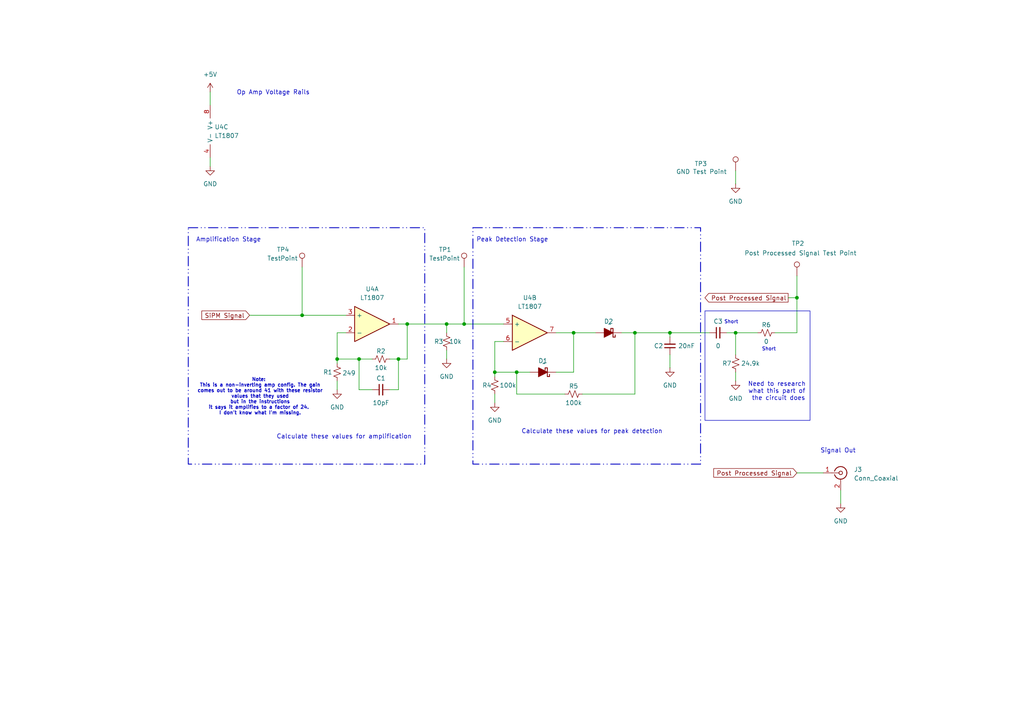
<source format=kicad_sch>
(kicad_sch (version 20250114) (generator "eeschema") (generator_version "9.0")
  (paper "A4")
  (lib_symbols
    (symbol "Connector:Conn_Coaxial" (pin_names (offset 1.016) (hide yes))
      (property "Reference" "J" (at 0.254 3.048 0))
      (property "Value" "Conn_Coaxial" (at 2.921 0 90))
      (symbol "Conn_Coaxial_0_1"
        (polyline (pts (xy -2.54 0) (xy -0.508 0)))
        (arc (start 1.778 0) (mid 0.222 -1.8079) (end -1.778 -0.508) (stroke (width 0.254)))
        (arc (start -1.778 0.508) (mid 0.2221 1.8084) (end 1.778 0) (stroke (width 0.254)))
        (circle (center 0 0) (radius 0.508) (stroke (width 0.2032)))
        (polyline (pts (xy 0 -2.54) (xy 0 -1.778)))
      )
      (symbol "Conn_Coaxial_1_1"
        (pin passive line (at -5.08 0 0) (length 2.54) (name "In") (number "1"))
        (pin passive line (at 0 -5.08 90) (length 2.54) (name "Ext") (number "2"))
      )
    )
    (symbol "Connector:TestPoint" (pin_numbers (hide yes)) (pin_names (offset 0.762) (hide yes))
      (property "Reference" "TP" (at 0 6.858 0))
      (property "Value" "TestPoint" (at 0 5.08 0))
      (symbol "TestPoint_0_1"
        (circle (center 0 3.302) (radius 0.762))
      )
      (symbol "TestPoint_1_1"
        (pin passive line (at 0 0 90) (length 2.54) (name "1") (number "1"))
      )
    )
    (symbol "Device:C_Small" (pin_numbers (hide yes)) (pin_names (offset 0.254) (hide yes))
      (property "Reference" "C" (at 0.254 1.778 0))
      (property "Value" "C_Small" (at 0.254 -2.032 0))
      (symbol "C_Small_0_1"
        (polyline (pts (xy -1.524 0.508) (xy 1.524 0.508)) (stroke (width 0.3048)))
        (polyline (pts (xy -1.524 -0.508) (xy 1.524 -0.508)) (stroke (width 0.3302)))
      )
      (symbol "C_Small_1_1"
        (pin passive line (at 0 2.54 270) (length 2.032) (name "~") (number "1"))
        (pin passive line (at 0 -2.54 90) (length 2.032) (name "~") (number "2"))
      )
    )
    (symbol "Device:D_Schottky_Filled" (pin_numbers (hide yes)) (pin_names (offset 1.016) (hide yes))
      (property "Reference" "D" (at 0 2.54 0))
      (property "Value" "D_Schottky_Filled" (at 0 -2.54 0))
      (symbol "D_Schottky_Filled_0_1"
        (polyline (pts (xy -1.905 0.635) (xy -1.905 1.27) (xy -1.27 1.27) (xy -1.27 -1.27) (xy -0.635 -1.27) (xy -0.635 -0.635)) (stroke (width 0.254)))
        (polyline (pts (xy 1.27 1.27) (xy 1.27 -1.27) (xy -1.27 0) (xy 1.27 1.27)) (stroke (width 0.254)) (fill (type outline)))
        (polyline (pts (xy 1.27 0) (xy -1.27 0)))
      )
      (symbol "D_Schottky_Filled_1_1"
        (pin passive line (at -3.81 0 0) (length 2.54) (name "K") (number "1"))
        (pin passive line (at 3.81 0 180) (length 2.54) (name "A") (number "2"))
      )
    )
    (symbol "Device:Opamp_Dual"
      (property "Reference" "U" (at 0 5.08 0))
      (property "Value" "Opamp_Dual" (at 0 -5.08 0))
      (symbol "Opamp_Dual_1_1"
        (polyline (pts (xy -5.08 5.08) (xy 5.08 0) (xy -5.08 -5.08) (xy -5.08 5.08)) (stroke (width 0.254)) (fill (type background)))
        (pin input line (at -7.62 2.54 0) (length 2.54) (name "+") (number "3"))
        (pin input line (at -7.62 -2.54 0) (length 2.54) (name "-") (number "2"))
        (pin output line (at 7.62 0 180) (length 2.54) (name "~") (number "1"))
      )
      (symbol "Opamp_Dual_2_1"
        (polyline (pts (xy -5.08 5.08) (xy 5.08 0) (xy -5.08 -5.08) (xy -5.08 5.08)) (stroke (width 0.254)) (fill (type background)))
        (pin input line (at -7.62 2.54 0) (length 2.54) (name "+") (number "5"))
        (pin input line (at -7.62 -2.54 0) (length 2.54) (name "-") (number "6"))
        (pin output line (at 7.62 0 180) (length 2.54) (name "~") (number "7"))
      )
      (symbol "Opamp_Dual_3_1"
        (pin power_in line (at -2.54 7.62 270) (length 3.81) (name "V+") (number "8"))
        (pin power_in line (at -2.54 -7.62 90) (length 3.81) (name "V-") (number "4"))
      )
    )
    (symbol "Device:R_Small_US" (pin_numbers (hide yes)) (pin_names (offset 0.254) (hide yes))
      (property "Reference" "R" (at 0.762 0.508 0))
      (property "Value" "R_Small_US" (at 0.762 -1.016 0))
      (symbol "R_Small_US_1_1"
        (polyline (pts (xy 0 1.524) (xy 1.016 1.143) (xy 0 0.762) (xy -1.016 0.381) (xy 0 0)))
        (polyline (pts (xy 0 0) (xy 1.016 -0.381) (xy 0 -0.762) (xy -1.016 -1.143) (xy 0 -1.524)))
        (pin passive line (at 0 2.54 270) (length 1.016) (name "~") (number "1"))
        (pin passive line (at 0 -2.54 90) (length 1.016) (name "~") (number "2"))
      )
    )
    (symbol "power:+5V" (power) (pin_numbers (hide yes)) (pin_names (offset 0) (hide yes))
      (property "Value" "+5V" (at 0 3.556 0))
      (symbol "+5V_0_1"
        (polyline (pts (xy -0.762 1.27) (xy 0 2.54)))
        (polyline (pts (xy 0 2.54) (xy 0.762 1.27)))
        (polyline (pts (xy 0 0) (xy 0 2.54)))
      )
      (symbol "+5V_1_1"
        (pin power_in line (at 0 0 90) (length 0) (name "~") (number "1"))
      )
    )
    (symbol "power:GND" (power) (pin_numbers (hide yes)) (pin_names (offset 0) (hide yes))
      (property "Value" "GND" (at 0 -3.81 0))
      (symbol "GND_0_1"
        (polyline (pts (xy 0 0) (xy 0 -1.27) (xy 1.27 -1.27) (xy 0 -2.54) (xy -1.27 -1.27) (xy 0 -1.27)))
      )
      (symbol "GND_1_1"
        (pin power_in line (at 0 0 270) (length 0) (name "~") (number "1"))
      )
    )
  )
  (rectangle (start 54.61 66.04) (end 123.19 134.62) (stroke (width 0.25) (type dash_dot_dot)))
  (rectangle (start 204.47 90.17) (end 234.95 121.92))
  (rectangle (start 137.16 66.04) (end 203.2 134.62) (stroke (width 0.25) (type dash_dot_dot)))
  (text "Calculate these values for amplification" (at 99.822 126.746 0) (effects (font (size 1.27 1.27))))
  (text "Need to research \nwhat this part of \nthe circuit does" (at 225.806 113.538 0) (effects (font (size 1.27 1.27))))
  (text "Calculate these values for peak detection" (at 171.704 125.222 0) (effects (font (size 1.27 1.27))))
  (text "Op Amp Voltage Rails" (at 79.248 26.924 0) (effects (font (size 1.27 1.27))))
  (text "Note: \nThis is a non-inverting amp config. The gain\ncomes out to be around 41 with these resistor\nvalues that they used\nbut in the instructions\nit says it amplifies to a factor of 24. \nI don't know what I'm missing." (at 75.438 115.062 0) (effects (font (size 1 1) (thickness 0.2) (bold yes))))
  (text "Amplification Stage\n" (at 66.294 69.596 0) (effects (font (size 1.27 1.27))))
  (text "Signal Out" (at 243.078 130.81 0) (effects (font (size 1.27 1.27))))
  (text "Short" (at 212.09 93.472 0) (effects (font (size 1 1))))
  (text "Short" (at 223.012 101.346 0) (effects (font (size 1 1))))
  (text "Peak Detection Stage\n" (at 148.59 69.596 0) (effects (font (size 1.27 1.27))))
  (junction (at 184.15 96.52))
  (junction (at 129.54 93.98))
  (junction (at 194.31 96.52))
  (junction (at 166.37 96.52))
  (junction (at 213.36 96.52))
  (junction (at 149.86 107.95))
  (junction (at 118.11 93.98))
  (junction (at 104.14 104.14))
  (junction (at 97.79 104.14))
  (junction (at 143.51 107.95))
  (junction (at 115.57 104.14))
  (junction (at 231.14 86.36))
  (junction (at 87.63 91.44))
  (junction (at 134.62 93.98))
  (wire (pts (xy 104.14 104.14) (xy 104.14 113.03)))
  (wire (pts (xy 97.79 104.14) (xy 104.14 104.14)))
  (wire (pts (xy 129.54 93.98) (xy 129.54 96.52)))
  (wire (pts (xy 113.03 104.14) (xy 115.57 104.14)))
  (wire (pts (xy 194.31 96.52) (xy 194.31 97.79)))
  (wire (pts (xy 224.79 96.52) (xy 231.14 96.52)))
  (wire (pts (xy 168.91 114.3) (xy 184.15 114.3)))
  (wire (pts (xy 213.36 49.53) (xy 213.36 53.34)))
  (wire (pts (xy 228.6 86.36) (xy 231.14 86.36)))
  (wire (pts (xy 60.96 26.67) (xy 60.96 30.48)))
  (wire (pts (xy 231.14 137.16) (xy 238.76 137.16)))
  (wire (pts (xy 104.14 113.03) (xy 107.95 113.03)))
  (wire (pts (xy 104.14 104.14) (xy 107.95 104.14)))
  (wire (pts (xy 129.54 93.98) (xy 134.62 93.98)))
  (wire (pts (xy 97.79 110.49) (xy 97.79 113.03)))
  (wire (pts (xy 113.03 113.03) (xy 115.57 113.03)))
  (wire (pts (xy 213.36 107.95) (xy 213.36 110.49)))
  (wire (pts (xy 231.14 86.36) (xy 231.14 96.52)))
  (wire (pts (xy 72.39 91.44) (xy 87.63 91.44)))
  (wire (pts (xy 166.37 107.95) (xy 166.37 96.52)))
  (wire (pts (xy 163.83 114.3) (xy 149.86 114.3)))
  (wire (pts (xy 143.51 107.95) (xy 143.51 109.22)))
  (wire (pts (xy 243.84 142.24) (xy 243.84 146.05)))
  (wire (pts (xy 100.33 96.52) (xy 97.79 96.52)))
  (wire (pts (xy 87.63 77.47) (xy 87.63 91.44)))
  (wire (pts (xy 143.51 99.06) (xy 143.51 107.95)))
  (wire (pts (xy 134.62 93.98) (xy 146.05 93.98)))
  (wire (pts (xy 161.29 96.52) (xy 166.37 96.52)))
  (wire (pts (xy 115.57 93.98) (xy 118.11 93.98)))
  (wire (pts (xy 87.63 91.44) (xy 100.33 91.44)))
  (wire (pts (xy 134.62 77.47) (xy 134.62 93.98)))
  (wire (pts (xy 166.37 96.52) (xy 172.72 96.52)))
  (wire (pts (xy 149.86 114.3) (xy 149.86 107.95)))
  (wire (pts (xy 143.51 107.95) (xy 149.86 107.95)))
  (wire (pts (xy 115.57 104.14) (xy 118.11 104.14)))
  (wire (pts (xy 161.29 107.95) (xy 166.37 107.95)))
  (wire (pts (xy 194.31 102.87) (xy 194.31 106.68)))
  (wire (pts (xy 184.15 96.52) (xy 184.15 114.3)))
  (wire (pts (xy 97.79 104.14) (xy 97.79 105.41)))
  (wire (pts (xy 97.79 96.52) (xy 97.79 104.14)))
  (wire (pts (xy 115.57 113.03) (xy 115.57 104.14)))
  (wire (pts (xy 180.34 96.52) (xy 184.15 96.52)))
  (wire (pts (xy 231.14 80.01) (xy 231.14 86.36)))
  (wire (pts (xy 194.31 96.52) (xy 205.74 96.52)))
  (wire (pts (xy 60.96 45.72) (xy 60.96 48.26)))
  (wire (pts (xy 146.05 99.06) (xy 143.51 99.06)))
  (wire (pts (xy 210.82 96.52) (xy 213.36 96.52)))
  (wire (pts (xy 143.51 114.3) (xy 143.51 116.84)))
  (wire (pts (xy 213.36 96.52) (xy 219.71 96.52)))
  (wire (pts (xy 184.15 96.52) (xy 194.31 96.52)))
  (wire (pts (xy 129.54 101.6) (xy 129.54 104.14)))
  (wire (pts (xy 213.36 96.52) (xy 213.36 102.87)))
  (wire (pts (xy 118.11 104.14) (xy 118.11 93.98)))
  (wire (pts (xy 118.11 93.98) (xy 129.54 93.98)))
  (wire (pts (xy 149.86 107.95) (xy 153.67 107.95)))
  (global_label "SiPM Signal" (shape input) (at 72.39 91.44 180) (property "Intersheetrefs" "${INTERSHEET_REFS}" (effects (hide yes))))
  (global_label "Post Processed Signal" (shape output) (at 228.6 86.36 180) (property "Intersheetrefs" "${INTERSHEET_REFS}" (effects (hide yes))))
  (global_label "Post Processed Signal" (shape input) (at 231.14 137.16 180) (property "Intersheetrefs" "${INTERSHEET_REFS}" (effects (hide yes))))
  (symbol (lib_id "Device:C_Small") (at 110.49 113.03 90) (unit 1)
    (property "Reference" "C1" (at 110.49 109.728 90))
    (property "Value" "10pF" (at 110.49 116.84 90))
    (property "Description" "Unpolarized capacitor, small symbol" (effects (hide yes)))
  )
  (symbol (lib_id "Connector:TestPoint") (at 231.14 80.01 0) (unit 1)
    (property "Reference" "TP2" (at 229.616 70.612 0) (effects (justify left)))
    (property "Value" "Post Processed Signal Test Point" (at 215.9 73.406 0) (effects (justify left)))
    (property "Description" "test point" (effects (hide yes)))
  )
  (symbol (lib_id "Device:C_Small") (at 208.28 96.52 90) (unit 1)
    (property "Reference" "C3" (at 208.28 93.218 90))
    (property "Value" "0" (at 208.28 100.33 90))
    (property "Description" "Unpolarized capacitor, small symbol" (effects (hide yes)))
  )
  (symbol (lib_id "Device:R_Small_US") (at 110.49 104.14 90) (unit 1)
    (property "Reference" "R2" (at 110.49 101.854 90))
    (property "Value" "10k" (at 110.49 106.68 90))
    (property "Description" "Resistor, small US symbol" (effects (hide yes)))
  )
  (symbol (lib_id "Device:Opamp_Dual") (at 107.95 93.98 0) (unit 1)
    (property "Reference" "U4" (at 107.95 83.82 0))
    (property "Value" "LT1807" (at 107.95 86.36 0))
    (property "Description" "Dual operational amplifier" (effects (hide yes)))
    (property "Sim.Library" "${KICAD7_SYMBOL_DIR}/Simulation_SPICE.sp" (effects (hide yes)))
    (property "Sim.Name" "kicad_builtin_opamp_dual" (effects (hide yes)))
    (property "Sim.Device" "SUBCKT" (effects (hide yes)))
    (property "Sim.Pins" "1=out1 2=in1- 3=in1+ 4=vee 5=in2+ 6=in2- 7=out2 8=vcc" (effects (hide yes)))
  )
  (symbol (lib_id "power:GND") (at 143.51 116.84 0) (unit 1)
    (property "Reference" "#PWR08" (effects (hide yes)))
    (property "Value" "GND" (at 143.51 121.92 0))
    (property "Description" "Power symbol creates a global label with name \"GND\" , ground" (effects (hide yes)))
  )
  (symbol (lib_id "power:GND") (at 194.31 106.68 0) (unit 1)
    (property "Reference" "#PWR09" (effects (hide yes)))
    (property "Value" "GND" (at 194.31 111.76 0))
    (property "Description" "Power symbol creates a global label with name \"GND\" , ground" (effects (hide yes)))
  )
  (symbol (lib_id "Device:R_Small_US") (at 213.36 105.41 180) (unit 1)
    (property "Reference" "R7" (at 210.82 105.41 0))
    (property "Value" "24.9k" (at 217.678 105.41 0))
    (property "Description" "Resistor, small US symbol" (effects (hide yes)))
  )
  (symbol (lib_id "Connector:TestPoint") (at 87.63 77.47 0) (unit 1)
    (property "Reference" "TP4" (at 80.264 72.39 0) (effects (justify left)))
    (property "Value" "TestPoint" (at 77.47 74.93 0) (effects (justify left)))
    (property "Description" "test point" (effects (hide yes)))
  )
  (symbol (lib_id "Connector:Conn_Coaxial") (at 243.84 137.16 0) (unit 1)
    (property "Reference" "J3" (at 247.65 136.1831 0) (effects (justify left)))
    (property "Value" "Conn_Coaxial" (at 247.65 138.7231 0) (effects (justify left)))
    (property "Description" "coaxial connector (BNC, SMA, SMB, SMC, Cinch/RCA, LEMO, ...)" (effects (hide yes)))
  )
  (symbol (lib_id "power:GND") (at 213.36 53.34 0) (unit 1)
    (property "Reference" "#PWR024" (effects (hide yes)))
    (property "Value" "GND" (at 213.36 58.42 0))
    (property "Description" "Power symbol creates a global label with name \"GND\" , ground" (effects (hide yes)))
  )
  (symbol (lib_id "power:GND") (at 129.54 104.14 0) (unit 1)
    (property "Reference" "#PWR07" (effects (hide yes)))
    (property "Value" "GND" (at 129.54 109.22 0))
    (property "Description" "Power symbol creates a global label with name \"GND\" , ground" (effects (hide yes)))
  )
  (symbol (lib_id "power:GND") (at 243.84 146.05 0) (unit 1)
    (property "Reference" "#PWR03" (effects (hide yes)))
    (property "Value" "GND" (at 243.84 151.13 0))
    (property "Description" "Power symbol creates a global label with name \"GND\" , ground" (effects (hide yes)))
  )
  (symbol (lib_id "Device:R_Small_US") (at 166.37 114.3 90) (unit 1)
    (property "Reference" "R5" (at 166.37 112.014 90))
    (property "Value" "100k" (at 166.37 116.84 90))
    (property "Description" "Resistor, small US symbol" (effects (hide yes)))
  )
  (symbol (lib_id "Device:C_Small") (at 194.31 100.33 180) (unit 1)
    (property "Reference" "C2" (at 191.008 100.33 0))
    (property "Value" "20nF" (at 199.136 100.33 0))
    (property "Description" "Unpolarized capacitor, small symbol" (effects (hide yes)))
  )
  (symbol (lib_id "Device:R_Small_US") (at 143.51 111.76 180) (unit 1)
    (property "Reference" "R4" (at 141.224 111.76 0))
    (property "Value" "100k" (at 147.32 111.76 0))
    (property "Description" "Resistor, small US symbol" (effects (hide yes)))
  )
  (symbol (lib_id "Device:Opamp_Dual") (at 153.67 96.52 0) (unit 2)
    (property "Reference" "U4" (at 153.67 86.36 0))
    (property "Value" "LT1807" (at 153.67 88.9 0))
    (property "Description" "Dual operational amplifier" (effects (hide yes)))
    (property "Sim.Library" "${KICAD7_SYMBOL_DIR}/Simulation_SPICE.sp" (effects (hide yes)))
    (property "Sim.Name" "kicad_builtin_opamp_dual" (effects (hide yes)))
    (property "Sim.Device" "SUBCKT" (effects (hide yes)))
    (property "Sim.Pins" "1=out1 2=in1- 3=in1+ 4=vee 5=in2+ 6=in2- 7=out2 8=vcc" (effects (hide yes)))
  )
  (symbol (lib_id "power:+5V") (at 60.96 26.67 0) (unit 1)
    (property "Reference" "#PWR05" (effects (hide yes)))
    (property "Value" "+5V" (at 60.96 21.59 0))
    (property "Description" "Power symbol creates a global label with name \"+5V\"" (effects (hide yes)))
  )
  (symbol (lib_id "Connector:TestPoint") (at 134.62 77.47 0) (unit 1)
    (property "Reference" "TP1" (at 127.254 72.39 0) (effects (justify left)))
    (property "Value" "TestPoint" (at 124.46 74.93 0) (effects (justify left)))
    (property "Description" "test point" (effects (hide yes)))
  )
  (symbol (lib_id "power:GND") (at 60.96 48.26 0) (unit 1)
    (property "Reference" "#PWR04" (effects (hide yes)))
    (property "Value" "GND" (at 60.96 53.34 0))
    (property "Description" "Power symbol creates a global label with name \"GND\" , ground" (effects (hide yes)))
  )
  (symbol (lib_id "Device:R_Small_US") (at 97.79 107.95 0) (unit 1)
    (property "Reference" "R1" (at 93.726 107.95 0) (effects (justify left)))
    (property "Value" "249" (at 99.314 108.204 0) (effects (justify left)))
    (property "Description" "Resistor, small US symbol" (effects (hide yes)))
  )
  (symbol (lib_id "Device:R_Small_US") (at 129.54 99.06 180) (unit 1)
    (property "Reference" "R3" (at 127.254 99.06 0))
    (property "Value" "10k" (at 132.08 99.06 0))
    (property "Description" "Resistor, small US symbol" (effects (hide yes)))
  )
  (symbol (lib_id "Connector:TestPoint") (at 213.36 49.53 0) (unit 1)
    (property "Reference" "TP3" (at 201.422 47.498 0) (effects (justify left)))
    (property "Value" "GND Test Point" (at 196.088 49.784 0) (effects (justify left)))
    (property "Description" "test point" (effects (hide yes)))
  )
  (symbol (lib_id "Device:R_Small_US") (at 222.25 96.52 90) (unit 1)
    (property "Reference" "R6" (at 222.25 94.234 90))
    (property "Value" "0" (at 222.25 99.06 90))
    (property "Description" "Resistor, small US symbol" (effects (hide yes)))
  )
  (symbol (lib_id "Device:D_Schottky_Filled") (at 157.48 107.95 180) (unit 1)
    (property "Reference" "D1" (at 157.48 104.648 0))
    (property "Value" "~" (at 157.7975 105.41 0))
    (property "Description" "Schottky diode, filled shape" (effects (hide yes)))
  )
  (symbol (lib_id "Device:D_Schottky_Filled") (at 176.53 96.52 180) (unit 1)
    (property "Reference" "D2" (at 176.53 93.218 0))
    (property "Value" "~" (at 176.8475 93.98 0))
    (property "Description" "Schottky diode, filled shape" (effects (hide yes)))
  )
  (symbol (lib_id "Device:Opamp_Dual") (at 63.5 38.1 0) (unit 3)
    (property "Reference" "U4" (at 62.23 36.8299 0) (effects (justify left)))
    (property "Value" "LT1807" (at 62.23 39.3699 0) (effects (justify left)))
    (property "Description" "Dual operational amplifier" (effects (hide yes)))
    (property "Sim.Library" "${KICAD7_SYMBOL_DIR}/Simulation_SPICE.sp" (effects (hide yes)))
    (property "Sim.Name" "kicad_builtin_opamp_dual" (effects (hide yes)))
    (property "Sim.Device" "SUBCKT" (effects (hide yes)))
    (property "Sim.Pins" "1=out1 2=in1- 3=in1+ 4=vee 5=in2+ 6=in2- 7=out2 8=vcc" (effects (hide yes)))
  )
  (symbol (lib_id "power:GND") (at 97.79 113.03 0) (unit 1)
    (property "Reference" "#PWR06" (effects (hide yes)))
    (property "Value" "GND" (at 97.79 118.11 0))
    (property "Description" "Power symbol creates a global label with name \"GND\" , ground" (effects (hide yes)))
  )
  (symbol (lib_id "power:GND") (at 213.36 110.49 0) (unit 1)
    (property "Reference" "#PWR010" (effects (hide yes)))
    (property "Value" "GND" (at 213.36 115.57 0))
    (property "Description" "Power symbol creates a global label with name \"GND\" , ground" (effects (hide yes)))
  )
)
</source>
